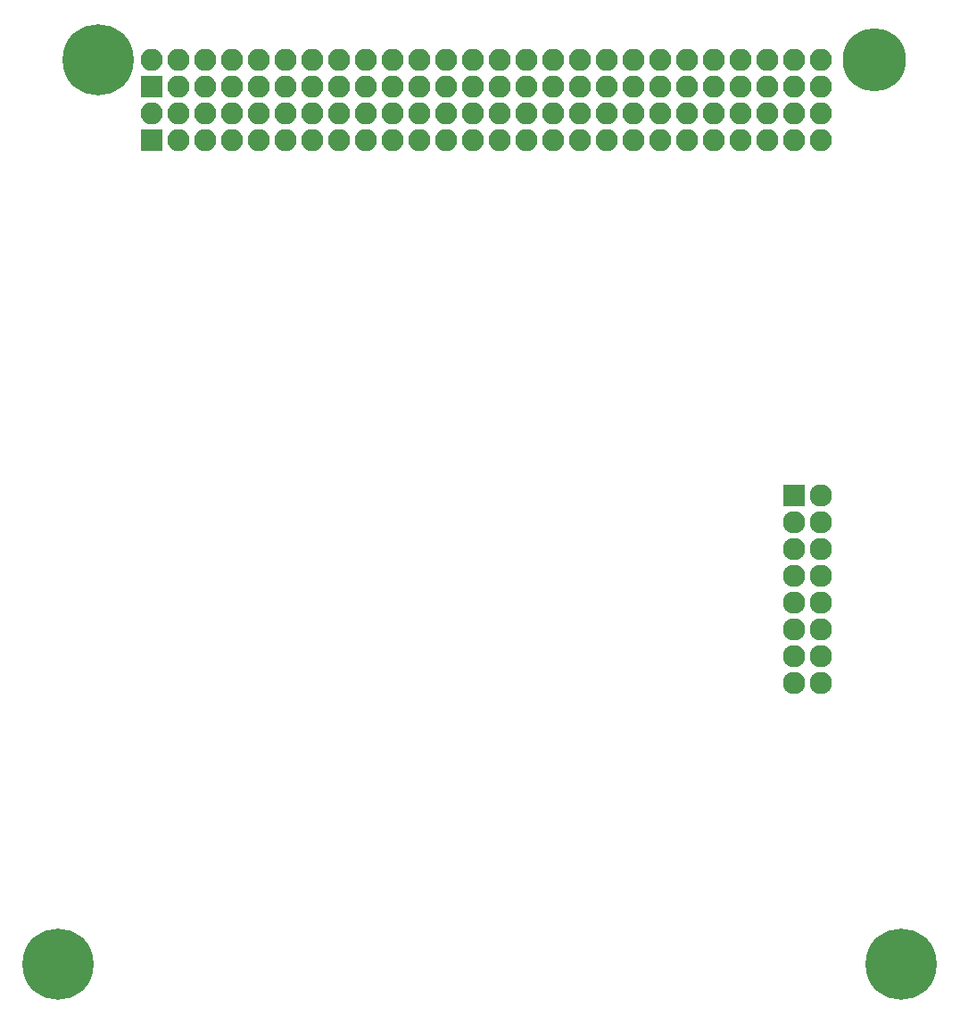
<source format=gbs>
%TF.GenerationSoftware,KiCad,Pcbnew,4.0.7*%
%TF.CreationDate,2018-02-11T18:04:31-06:00*%
%TF.ProjectId,motherboard,6D6F74686572626F6172642E6B696361,rev?*%
%TF.FileFunction,Soldermask,Bot*%
%FSLAX46Y46*%
G04 Gerber Fmt 4.6, Leading zero omitted, Abs format (unit mm)*
G04 Created by KiCad (PCBNEW 4.0.7) date Sun Feb 11 18:04:31 2018*
%MOMM*%
%LPD*%
G01*
G04 APERTURE LIST*
%ADD10C,0.100000*%
%ADD11C,6.750000*%
%ADD12C,5.988000*%
%ADD13R,2.127200X2.127200*%
%ADD14O,2.127200X2.127200*%
%ADD15R,2.100000X2.100000*%
%ADD16O,2.100000X2.100000*%
G04 APERTURE END LIST*
D10*
D11*
X118110000Y-137160000D03*
X198120000Y-137160000D03*
D12*
X195580000Y-51435000D03*
D11*
X121920000Y-51435000D03*
D13*
X187960000Y-92710000D03*
D14*
X190500000Y-92710000D03*
X187960000Y-95250000D03*
X190500000Y-95250000D03*
X187960000Y-97790000D03*
X190500000Y-97790000D03*
X187960000Y-100330000D03*
X190500000Y-100330000D03*
X187960000Y-102870000D03*
X190500000Y-102870000D03*
X187960000Y-105410000D03*
X190500000Y-105410000D03*
X187960000Y-107950000D03*
X190500000Y-107950000D03*
X187960000Y-110490000D03*
X190500000Y-110490000D03*
D15*
X127000000Y-59055000D03*
D16*
X127000000Y-56515000D03*
X129540000Y-59055000D03*
X129540000Y-56515000D03*
X132080000Y-59055000D03*
X132080000Y-56515000D03*
X134620000Y-59055000D03*
X134620000Y-56515000D03*
X137160000Y-59055000D03*
X137160000Y-56515000D03*
X139700000Y-59055000D03*
X139700000Y-56515000D03*
X142240000Y-59055000D03*
X142240000Y-56515000D03*
X144780000Y-59055000D03*
X144780000Y-56515000D03*
X147320000Y-59055000D03*
X147320000Y-56515000D03*
X149860000Y-59055000D03*
X149860000Y-56515000D03*
X152400000Y-59055000D03*
X152400000Y-56515000D03*
X154940000Y-59055000D03*
X154940000Y-56515000D03*
X157480000Y-59055000D03*
X157480000Y-56515000D03*
X160020000Y-59055000D03*
X160020000Y-56515000D03*
X162560000Y-59055000D03*
X162560000Y-56515000D03*
X165100000Y-59055000D03*
X165100000Y-56515000D03*
X167640000Y-59055000D03*
X167640000Y-56515000D03*
X170180000Y-59055000D03*
X170180000Y-56515000D03*
X172720000Y-59055000D03*
X172720000Y-56515000D03*
X175260000Y-59055000D03*
X175260000Y-56515000D03*
X177800000Y-59055000D03*
X177800000Y-56515000D03*
X180340000Y-59055000D03*
X180340000Y-56515000D03*
X182880000Y-59055000D03*
X182880000Y-56515000D03*
X185420000Y-59055000D03*
X185420000Y-56515000D03*
X187960000Y-59055000D03*
X187960000Y-56515000D03*
X190500000Y-59055000D03*
X190500000Y-56515000D03*
D15*
X127000000Y-53975000D03*
D16*
X127000000Y-51435000D03*
X129540000Y-53975000D03*
X129540000Y-51435000D03*
X132080000Y-53975000D03*
X132080000Y-51435000D03*
X134620000Y-53975000D03*
X134620000Y-51435000D03*
X137160000Y-53975000D03*
X137160000Y-51435000D03*
X139700000Y-53975000D03*
X139700000Y-51435000D03*
X142240000Y-53975000D03*
X142240000Y-51435000D03*
X144780000Y-53975000D03*
X144780000Y-51435000D03*
X147320000Y-53975000D03*
X147320000Y-51435000D03*
X149860000Y-53975000D03*
X149860000Y-51435000D03*
X152400000Y-53975000D03*
X152400000Y-51435000D03*
X154940000Y-53975000D03*
X154940000Y-51435000D03*
X157480000Y-53975000D03*
X157480000Y-51435000D03*
X160020000Y-53975000D03*
X160020000Y-51435000D03*
X162560000Y-53975000D03*
X162560000Y-51435000D03*
X165100000Y-53975000D03*
X165100000Y-51435000D03*
X167640000Y-53975000D03*
X167640000Y-51435000D03*
X170180000Y-53975000D03*
X170180000Y-51435000D03*
X172720000Y-53975000D03*
X172720000Y-51435000D03*
X175260000Y-53975000D03*
X175260000Y-51435000D03*
X177800000Y-53975000D03*
X177800000Y-51435000D03*
X180340000Y-53975000D03*
X180340000Y-51435000D03*
X182880000Y-53975000D03*
X182880000Y-51435000D03*
X185420000Y-53975000D03*
X185420000Y-51435000D03*
X187960000Y-53975000D03*
X187960000Y-51435000D03*
X190500000Y-53975000D03*
X190500000Y-51435000D03*
M02*

</source>
